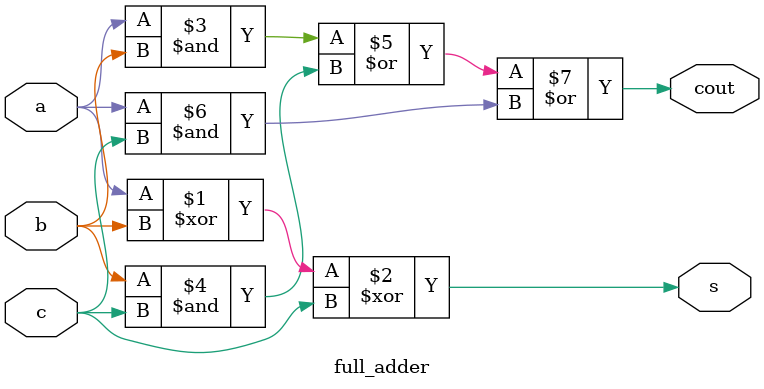
<source format=v>
module gen_adder #(parameter WIDTH=4)(input [WIDTH-1:0]a,b,input cin,
output [WIDTH-1:0]s,output cout);

wire [WIDTH-1:0]c;
genvar i;

generate
for(i=0;i<WIDTH;i=i+1)
begin
if(i==0)
full_adder fa(a[i],b[i],cin,s[i],c[i]);
else
full_adder fa(a[i],b[i],c[i-1],s[i],c[i]);
end
endgenerate
assign cout=c[3];
endmodule



module full_adder(a,b,c,s,cout);
input a,b,c;
output s,cout;

assign s=a^b^c;
assign cout=((a&b)|(b&c)|(a&c));

endmodule
</source>
